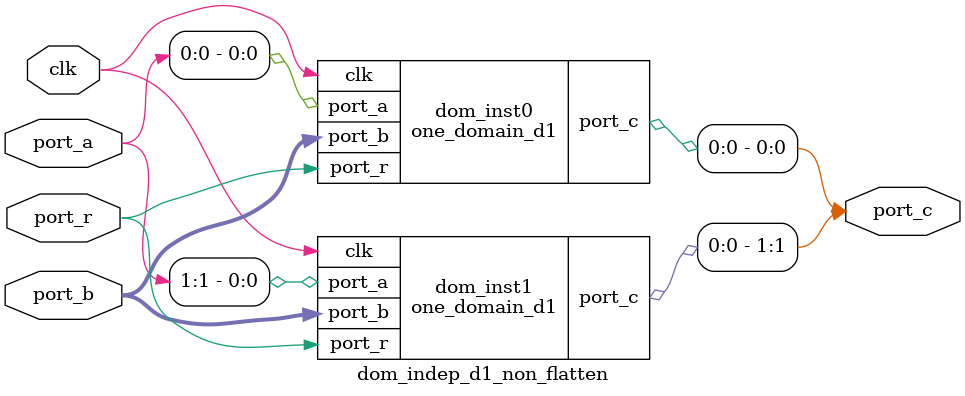
<source format=v>
module one_domain_d1 (clk, port_a, port_b, port_c, port_r);
    input clk;
    input port_a;
    input [1:0] port_b;
    input port_r;
    output port_c;

    wire i0, i1, j0, l0;

    AND2_X1 U0 ( .A1(port_a), .A2(port_b[0]), .ZN(i0) );
    AND2_X1 U1 ( .A1(port_a), .A2(port_b[1]), .ZN(i1) );
    XOR2_X1 U2 ( .A(i1), .B(port_r), .Z(j0) );
    DFF_X1  U3 ( .D(j0), .CK(clk), .Q(l0), .QN() );
    XOR2_X1 U4 ( .A(i0), .B(l0), .Z(port_c) );
endmodule

module dom_indep_d1_non_flatten (clk, port_a, port_b, port_c, port_r);
    input clk;
    input [1:0] port_a;
    input [1:0] port_b;
    input [0:0] port_r;
    output [1:0] port_c;

    one_domain_d1 dom_inst0(.clk(clk), .port_a(port_a[0]), .port_b(port_b[1:0]), .port_r(port_r[0]), .port_c(port_c[0]));
    one_domain_d1 dom_inst1(.clk(clk), .port_a(port_a[1]), .port_b(port_b[1:0]), .port_r(port_r[0]), .port_c(port_c[1]));
endmodule

</source>
